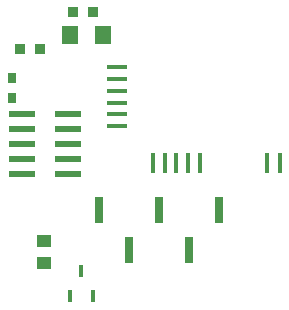
<source format=gbr>
G04 DipTrace 3.2.0.1*
G04 TopPaste.gbr*
%MOIN*%
G04 #@! TF.FileFunction,Paste,Top*
G04 #@! TF.Part,Single*
%AMOUTLINE2*
4,1,4,
0.017717,0.015748,
0.017717,-0.015748,
-0.017717,-0.015748,
-0.017717,0.015748,
0.017717,0.015748,
0*%
%ADD39R,0.031496X0.090945*%
%ADD45R,0.086614X0.022047*%
%ADD47R,0.015748X0.070866*%
%ADD49R,0.070866X0.015748*%
%ADD51R,0.015748X0.043307*%
%ADD53R,0.031496X0.035433*%
%ADD57R,0.055118X0.062992*%
%ADD59R,0.051181X0.043307*%
%ADD65OUTLINE2*%
%FSLAX26Y26*%
G04*
G70*
G90*
G75*
G01*
G04 TopPaste*
%LPD*%
D59*
X666142Y611811D3*
Y686614D3*
D57*
X860630Y1372835D3*
X750394D3*
D65*
X826772Y1450394D3*
X759843D3*
D53*
X556693Y1230709D3*
Y1163780D3*
D65*
X585827Y1325984D3*
X652756D3*
D51*
X751969Y502362D3*
X826772D3*
X789370Y585039D3*
D49*
X909055Y1265748D3*
Y1226378D3*
Y1187008D3*
Y1147638D3*
Y1108268D3*
Y1068898D3*
D47*
X1027165Y946850D3*
X1066535D3*
X1105906D3*
X1145276D3*
X1184646D3*
X1407087D3*
X1452362D3*
D45*
X591339Y1008268D3*
Y958268D3*
Y908268D3*
Y1058268D3*
Y1108268D3*
X744882Y1008268D3*
Y958268D3*
Y908268D3*
Y1058268D3*
Y1108268D3*
D39*
X948819Y657480D3*
X1048819Y787795D3*
X848819D3*
X1148819Y657480D3*
X1248819Y787795D3*
M02*

</source>
